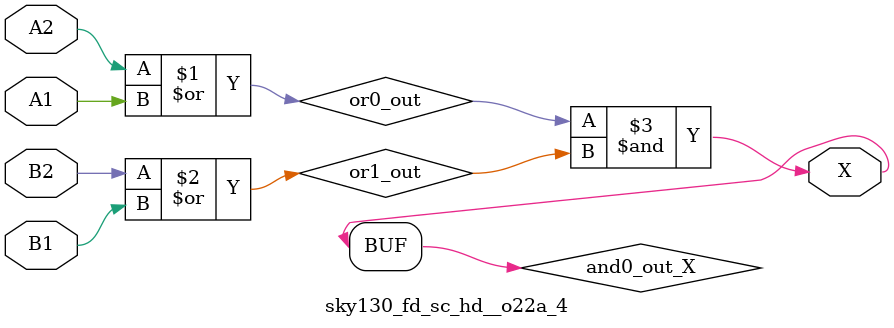
<source format=v>
/*
 * Copyright 2020 The SkyWater PDK Authors
 *
 * Licensed under the Apache License, Version 2.0 (the "License");
 * you may not use this file except in compliance with the License.
 * You may obtain a copy of the License at
 *
 *     https://www.apache.org/licenses/LICENSE-2.0
 *
 * Unless required by applicable law or agreed to in writing, software
 * distributed under the License is distributed on an "AS IS" BASIS,
 * WITHOUT WARRANTIES OR CONDITIONS OF ANY KIND, either express or implied.
 * See the License for the specific language governing permissions and
 * limitations under the License.
 *
 * SPDX-License-Identifier: Apache-2.0
*/


`ifndef SKY130_FD_SC_HD__O22A_4_FUNCTIONAL_V
`define SKY130_FD_SC_HD__O22A_4_FUNCTIONAL_V

/**
 * o22a: 2-input OR into both inputs of 2-input AND.
 *
 *       X = ((A1 | A2) & (B1 | B2))
 *
 * Verilog simulation functional model.
 */

`timescale 1ns / 1ps
`default_nettype none

`celldefine
module sky130_fd_sc_hd__o22a_4 (
    X ,
    A1,
    A2,
    B1,
    B2
);

    // Module ports
    output X ;
    input  A1;
    input  A2;
    input  B1;
    input  B2;

    // Local signals
    wire or0_out   ;
    wire or1_out   ;
    wire and0_out_X;

    //  Name  Output      Other arguments
    or  or0  (or0_out   , A2, A1          );
    or  or1  (or1_out   , B2, B1          );
    and and0 (and0_out_X, or0_out, or1_out);
    buf buf0 (X         , and0_out_X      );

endmodule
`endcelldefine

`default_nettype wire
`endif  // SKY130_FD_SC_HD__O22A_4_FUNCTIONAL_V

</source>
